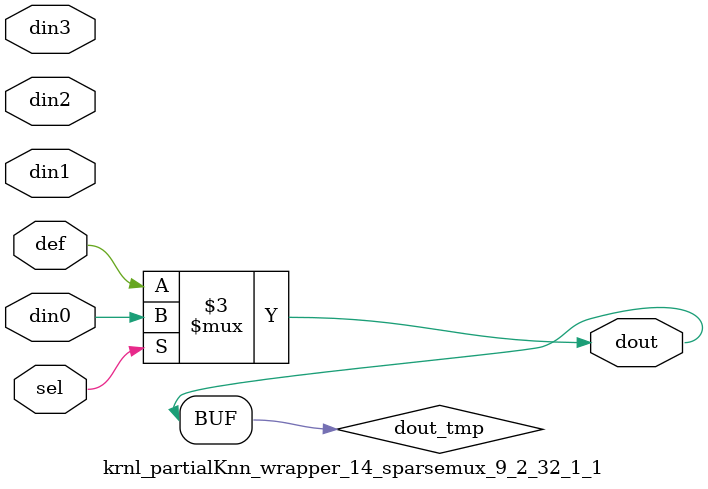
<source format=v>
`timescale 1 ns / 1 ps
module krnl_partialKnn_wrapper_14_sparsemux_9_2_32_1_1 (din0,din1,din2,din3,def,sel,dout);
parameter din0_WIDTH = 1;
parameter din1_WIDTH = 1;
parameter din2_WIDTH = 1;
parameter din3_WIDTH = 1;
parameter def_WIDTH = 1;
parameter sel_WIDTH = 1;
parameter dout_WIDTH = 1;
parameter [sel_WIDTH-1:0] CASE0 = 1;
parameter [sel_WIDTH-1:0] CASE1 = 1;
parameter [sel_WIDTH-1:0] CASE2 = 1;
parameter [sel_WIDTH-1:0] CASE3 = 1;
parameter ID = 1;
parameter NUM_STAGE = 1;
input [din0_WIDTH-1:0] din0;
input [din1_WIDTH-1:0] din1;
input [din2_WIDTH-1:0] din2;
input [din3_WIDTH-1:0] din3;
input [def_WIDTH-1:0] def;
input [sel_WIDTH-1:0] sel;
output [dout_WIDTH-1:0] dout;
reg [dout_WIDTH-1:0] dout_tmp;
always @ (*) begin
case (sel)
    
    CASE0 : dout_tmp = din0;
    
    CASE1 : dout_tmp = din1;
    
    CASE2 : dout_tmp = din2;
    
    CASE3 : dout_tmp = din3;
    
    default : dout_tmp = def;
endcase
end
assign dout = dout_tmp;
endmodule
</source>
